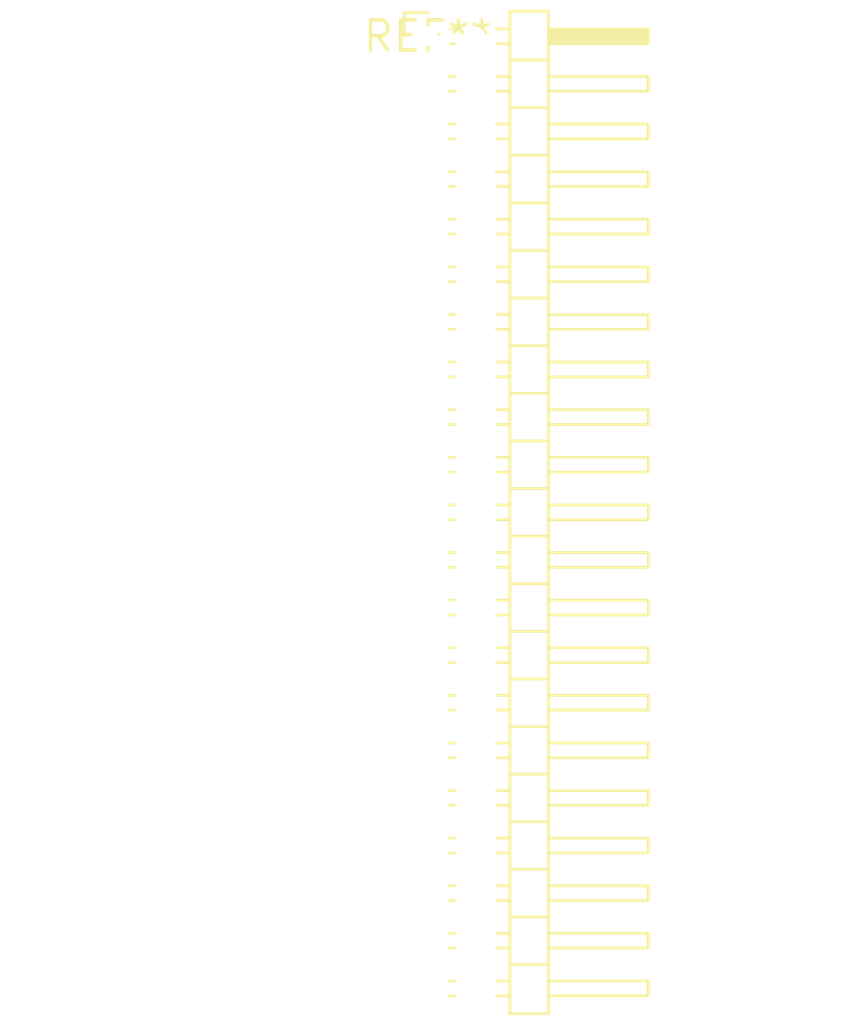
<source format=kicad_pcb>
(kicad_pcb (version 20240108) (generator pcbnew)
  (layers (0 "F.Cu" signal) (31 "B.Cu" signal) (34 "B.Paste" user) (35 "F.Paste" user) (36 "B.SilkS" user "B.Silkscreen") (37 "F.SilkS" user "F.Silkscreen") (38 "B.Mask" user) (39 "F.Mask" user) (44 "Edge.Cuts" user))
  (net 0 "")
  (footprint "PinHeader_2x21_P2.00mm_Horizontal" (layer "F.Cu") (at 0 0)
    (property "Reference" "REF**")
    (property "Value" "PinHeader_2x21_P2.00mm_Horizontal")
    (fp_line (start -1 -1) (end 0 -1) (layer "F.SilkS") (stroke (width 0.12)))
    (fp_line (start -1 0) (end -1 -1) (layer "F.SilkS") (stroke (width 0.12)))
    (fp_line (start 0.882114 1.69) (end 1.117886 1.69) (layer "F.SilkS") (stroke (width 0.12)))
    (fp_line (start 0.882114 2.31) (end 1.117886 2.31) (layer "F.SilkS") (stroke (width 0.12)))
    (fp_line (start 0.882114 3.69) (end 1.117886 3.69) (layer "F.SilkS") (stroke (width 0.12)))
    (fp_line (start 0.882114 4.31) (end 1.117886 4.31) (layer "F.SilkS") (stroke (width 0.12)))
    (fp_line (start 0.882114 5.69) (end 1.117886 5.69) (layer "F.SilkS") (stroke (width 0.12)))
    (fp_line (start 0.882114 6.31) (end 1.117886 6.31) (layer "F.SilkS") (stroke (width 0.12)))
    (fp_line (start 0.882114 7.69) (end 1.117886 7.69) (layer "F.SilkS") (stroke (width 0.12)))
    (fp_line (start 0.882114 8.31) (end 1.117886 8.31) (layer "F.SilkS") (stroke (width 0.12)))
    (fp_line (start 0.882114 9.69) (end 1.117886 9.69) (layer "F.SilkS") (stroke (width 0.12)))
    (fp_line (start 0.882114 10.31) (end 1.117886 10.31) (layer "F.SilkS") (stroke (width 0.12)))
    (fp_line (start 0.882114 11.69) (end 1.117886 11.69) (layer "F.SilkS") (stroke (width 0.12)))
    (fp_line (start 0.882114 12.31) (end 1.117886 12.31) (layer "F.SilkS") (stroke (width 0.12)))
    (fp_line (start 0.882114 13.69) (end 1.117886 13.69) (layer "F.SilkS") (stroke (width 0.12)))
    (fp_line (start 0.882114 14.31) (end 1.117886 14.31) (layer "F.SilkS") (stroke (width 0.12)))
    (fp_line (start 0.882114 15.69) (end 1.117886 15.69) (layer "F.SilkS") (stroke (width 0.12)))
    (fp_line (start 0.882114 16.31) (end 1.117886 16.31) (layer "F.SilkS") (stroke (width 0.12)))
    (fp_line (start 0.882114 17.69) (end 1.117886 17.69) (layer "F.SilkS") (stroke (width 0.12)))
    (fp_line (start 0.882114 18.31) (end 1.117886 18.31) (layer "F.SilkS") (stroke (width 0.12)))
    (fp_line (start 0.882114 19.69) (end 1.117886 19.69) (layer "F.SilkS") (stroke (width 0.12)))
    (fp_line (start 0.882114 20.31) (end 1.117886 20.31) (layer "F.SilkS") (stroke (width 0.12)))
    (fp_line (start 0.882114 21.69) (end 1.117886 21.69) (layer "F.SilkS") (stroke (width 0.12)))
    (fp_line (start 0.882114 22.31) (end 1.117886 22.31) (layer "F.SilkS") (stroke (width 0.12)))
    (fp_line (start 0.882114 23.69) (end 1.117886 23.69) (layer "F.SilkS") (stroke (width 0.12)))
    (fp_line (start 0.882114 24.31) (end 1.117886 24.31) (layer "F.SilkS") (stroke (width 0.12)))
    (fp_line (start 0.882114 25.69) (end 1.117886 25.69) (layer "F.SilkS") (stroke (width 0.12)))
    (fp_line (start 0.882114 26.31) (end 1.117886 26.31) (layer "F.SilkS") (stroke (width 0.12)))
    (fp_line (start 0.882114 27.69) (end 1.117886 27.69) (layer "F.SilkS") (stroke (width 0.12)))
    (fp_line (start 0.882114 28.31) (end 1.117886 28.31) (layer "F.SilkS") (stroke (width 0.12)))
    (fp_line (start 0.882114 29.69) (end 1.117886 29.69) (layer "F.SilkS") (stroke (width 0.12)))
    (fp_line (start 0.882114 30.31) (end 1.117886 30.31) (layer "F.SilkS") (stroke (width 0.12)))
    (fp_line (start 0.882114 31.69) (end 1.117886 31.69) (layer "F.SilkS") (stroke (width 0.12)))
    (fp_line (start 0.882114 32.31) (end 1.117886 32.31) (layer "F.SilkS") (stroke (width 0.12)))
    (fp_line (start 0.882114 33.69) (end 1.117886 33.69) (layer "F.SilkS") (stroke (width 0.12)))
    (fp_line (start 0.882114 34.31) (end 1.117886 34.31) (layer "F.SilkS") (stroke (width 0.12)))
    (fp_line (start 0.882114 35.69) (end 1.117886 35.69) (layer "F.SilkS") (stroke (width 0.12)))
    (fp_line (start 0.882114 36.31) (end 1.117886 36.31) (layer "F.SilkS") (stroke (width 0.12)))
    (fp_line (start 0.882114 37.69) (end 1.117886 37.69) (layer "F.SilkS") (stroke (width 0.12)))
    (fp_line (start 0.882114 38.31) (end 1.117886 38.31) (layer "F.SilkS") (stroke (width 0.12)))
    (fp_line (start 0.882114 39.69) (end 1.117886 39.69) (layer "F.SilkS") (stroke (width 0.12)))
    (fp_line (start 0.882114 40.31) (end 1.117886 40.31) (layer "F.SilkS") (stroke (width 0.12)))
    (fp_line (start 0.935 -0.31) (end 1.117886 -0.31) (layer "F.SilkS") (stroke (width 0.12)))
    (fp_line (start 0.935 0.31) (end 1.117886 0.31) (layer "F.SilkS") (stroke (width 0.12)))
    (fp_line (start 2.882114 -0.31) (end 3.44 -0.31) (layer "F.SilkS") (stroke (width 0.12)))
    (fp_line (start 2.882114 0.31) (end 3.44 0.31) (layer "F.SilkS") (stroke (width 0.12)))
    (fp_line (start 2.882114 1.69) (end 3.44 1.69) (layer "F.SilkS") (stroke (width 0.12)))
    (fp_line (start 2.882114 2.31) (end 3.44 2.31) (layer "F.SilkS") (stroke (width 0.12)))
    (fp_line (start 2.882114 3.69) (end 3.44 3.69) (layer "F.SilkS") (stroke (width 0.12)))
    (fp_line (start 2.882114 4.31) (end 3.44 4.31) (layer "F.SilkS") (stroke (width 0.12)))
    (fp_line (start 2.882114 5.69) (end 3.44 5.69) (layer "F.SilkS") (stroke (width 0.12)))
    (fp_line (start 2.882114 6.31) (end 3.44 6.31) (layer "F.SilkS") (stroke (width 0.12)))
    (fp_line (start 2.882114 7.69) (end 3.44 7.69) (layer "F.SilkS") (stroke (width 0.12)))
    (fp_line (start 2.882114 8.31) (end 3.44 8.31) (layer "F.SilkS") (stroke (width 0.12)))
    (fp_line (start 2.882114 9.69) (end 3.44 9.69) (layer "F.SilkS") (stroke (width 0.12)))
    (fp_line (start 2.882114 10.31) (end 3.44 10.31) (layer "F.SilkS") (stroke (width 0.12)))
    (fp_line (start 2.882114 11.69) (end 3.44 11.69) (layer "F.SilkS") (stroke (width 0.12)))
    (fp_line (start 2.882114 12.31) (end 3.44 12.31) (layer "F.SilkS") (stroke (width 0.12)))
    (fp_line (start 2.882114 13.69) (end 3.44 13.69) (layer "F.SilkS") (stroke (width 0.12)))
    (fp_line (start 2.882114 14.31) (end 3.44 14.31) (layer "F.SilkS") (stroke (width 0.12)))
    (fp_line (start 2.882114 15.69) (end 3.44 15.69) (layer "F.SilkS") (stroke (width 0.12)))
    (fp_line (start 2.882114 16.31) (end 3.44 16.31) (layer "F.SilkS") (stroke (width 0.12)))
    (fp_line (start 2.882114 17.69) (end 3.44 17.69) (layer "F.SilkS") (stroke (width 0.12)))
    (fp_line (start 2.882114 18.31) (end 3.44 18.31) (layer "F.SilkS") (stroke (width 0.12)))
    (fp_line (start 2.882114 19.69) (end 3.44 19.69) (layer "F.SilkS") (stroke (width 0.12)))
    (fp_line (start 2.882114 20.31) (end 3.44 20.31) (layer "F.SilkS") (stroke (width 0.12)))
    (fp_line (start 2.882114 21.69) (end 3.44 21.69) (layer "F.SilkS") (stroke (width 0.12)))
    (fp_line (start 2.882114 22.31) (end 3.44 22.31) (layer "F.SilkS") (stroke (width 0.12)))
    (fp_line (start 2.882114 23.69) (end 3.44 23.69) (layer "F.SilkS") (stroke (width 0.12)))
    (fp_line (start 2.882114 24.31) (end 3.44 24.31) (layer "F.SilkS") (stroke (width 0.12)))
    (fp_line (start 2.882114 25.69) (end 3.44 25.69) (layer "F.SilkS") (stroke (width 0.12)))
    (fp_line (start 2.882114 26.31) (end 3.44 26.31) (layer "F.SilkS") (stroke (width 0.12)))
    (fp_line (start 2.882114 27.69) (end 3.44 27.69) (layer "F.SilkS") (stroke (width 0.12)))
    (fp_line (start 2.882114 28.31) (end 3.44 28.31) (layer "F.SilkS") (stroke (width 0.12)))
    (fp_line (start 2.882114 29.69) (end 3.44 29.69) (layer "F.SilkS") (stroke (width 0.12)))
    (fp_line (start 2.882114 30.31) (end 3.44 30.31) (layer "F.SilkS") (stroke (width 0.12)))
    (fp_line (start 2.882114 31.69) (end 3.44 31.69) (layer "F.SilkS") (stroke (width 0.12)))
    (fp_line (start 2.882114 32.31) (end 3.44 32.31) (layer "F.SilkS") (stroke (width 0.12)))
    (fp_line (start 2.882114 33.69) (end 3.44 33.69) (layer "F.SilkS") (stroke (width 0.12)))
    (fp_line (start 2.882114 34.31) (end 3.44 34.31) (layer "F.SilkS") (stroke (width 0.12)))
    (fp_line (start 2.882114 35.69) (end 3.44 35.69) (layer "F.SilkS") (stroke (width 0.12)))
    (fp_line (start 2.882114 36.31) (end 3.44 36.31) (layer "F.SilkS") (stroke (width 0.12)))
    (fp_line (start 2.882114 37.69) (end 3.44 37.69) (layer "F.SilkS") (stroke (width 0.12)))
    (fp_line (start 2.882114 38.31) (end 3.44 38.31) (layer "F.SilkS") (stroke (width 0.12)))
    (fp_line (start 2.882114 39.69) (end 3.44 39.69) (layer "F.SilkS") (stroke (width 0.12)))
    (fp_line (start 2.882114 40.31) (end 3.44 40.31) (layer "F.SilkS") (stroke (width 0.12)))
    (fp_line (start 3.44 -1.06) (end 3.44 41.06) (layer "F.SilkS") (stroke (width 0.12)))
    (fp_line (start 3.44 1) (end 5.06 1) (layer "F.SilkS") (stroke (width 0.12)))
    (fp_line (start 3.44 3) (end 5.06 3) (layer "F.SilkS") (stroke (width 0.12)))
    (fp_line (start 3.44 5) (end 5.06 5) (layer "F.SilkS") (stroke (width 0.12)))
    (fp_line (start 3.44 7) (end 5.06 7) (layer "F.SilkS") (stroke (width 0.12)))
    (fp_line (start 3.44 9) (end 5.06 9) (layer "F.SilkS") (stroke (width 0.12)))
    (fp_line (start 3.44 11) (end 5.06 11) (layer "F.SilkS") (stroke (width 0.12)))
    (fp_line (start 3.44 13) (end 5.06 13) (layer "F.SilkS") (stroke (width 0.12)))
    (fp_line (start 3.44 15) (end 5.06 15) (layer "F.SilkS") (stroke (width 0.12)))
    (fp_line (start 3.44 17) (end 5.06 17) (layer "F.SilkS") (stroke (width 0.12)))
    (fp_line (start 3.44 19) (end 5.06 19) (layer "F.SilkS") (stroke (width 0.12)))
    (fp_line (start 3.44 21) (end 5.06 21) (layer "F.SilkS") (stroke (width 0.12)))
    (fp_line (start 3.44 23) (end 5.06 23) (layer "F.SilkS") (stroke (width 0.12)))
    (fp_line (start 3.44 25) (end 5.06 25) (layer "F.SilkS") (stroke (width 0.12)))
    (fp_line (start 3.44 27) (end 5.06 27) (layer "F.SilkS") (stroke (width 0.12)))
    (fp_line (start 3.44 29) (end 5.06 29) (layer "F.SilkS") (stroke (width 0.12)))
    (fp_line (start 3.44 31) (end 5.06 31) (layer "F.SilkS") (stroke (width 0.12)))
    (fp_line (start 3.44 33) (end 5.06 33) (layer "F.SilkS") (stroke (width 0.12)))
    (fp_line (start 3.44 35) (end 5.06 35) (layer "F.SilkS") (stroke (width 0.12)))
    (fp_line (start 3.44 37) (end 5.06 37) (layer "F.SilkS") (stroke (width 0.12)))
    (fp_line (start 3.44 39) (end 5.06 39) (layer "F.SilkS") (stroke (width 0.12)))
    (fp_line (start 3.44 41.06) (end 5.06 41.06) (layer "F.SilkS") (stroke (width 0.12)))
    (fp_line (start 5.06 -1.06) (end 3.44 -1.06) (layer "F.SilkS") (stroke (width 0.12)))
    (fp_line (start 5.06 -0.31) (end 9.26 -0.31) (layer "F.SilkS") (stroke (width 0.12)))
    (fp_line (start 5.06 -0.25) (end 9.26 -0.25) (layer "F.SilkS") (stroke (width 0.12)))
    (fp_line (start 5.06 -0.13) (end 9.26 -0.13) (layer "F.SilkS") (stroke (width 0.12)))
    (fp_line (start 5.06 -0.01) (end 9.26 -0.01) (layer "F.SilkS") (stroke (width 0.12)))
    (fp_line (start 5.06 0.11) (end 9.26 0.11) (layer "F.SilkS") (stroke (width 0.12)))
    (fp_line (start 5.06 0.23) (end 9.26 0.23) (layer "F.SilkS") (stroke (width 0.12)))
    (fp_line (start 5.06 1.69) (end 9.26 1.69) (layer "F.SilkS") (stroke (width 0.12)))
    (fp_line (start 5.06 3.69) (end 9.26 3.69) (layer "F.SilkS") (stroke (width 0.12)))
    (fp_line (start 5.06 5.69) (end 9.26 5.69) (layer "F.SilkS") (stroke (width 0.12)))
    (fp_line (start 5.06 7.69) (end 9.26 7.69) (layer "F.SilkS") (stroke (width 0.12)))
    (fp_line (start 5.06 9.69) (end 9.26 9.69) (layer "F.SilkS") (stroke (width 0.12)))
    (fp_line (start 5.06 11.69) (end 9.26 11.69) (layer "F.SilkS") (stroke (width 0.12)))
    (fp_line (start 5.06 13.69) (end 9.26 13.69) (layer "F.SilkS") (stroke (width 0.12)))
    (fp_line (start 5.06 15.69) (end 9.26 15.69) (layer "F.SilkS") (stroke (width 0.12)))
    (fp_line (start 5.06 17.69) (end 9.26 17.69) (layer "F.SilkS") (stroke (width 0.12)))
    (fp_line (start 5.06 19.69) (end 9.26 19.69) (layer "F.SilkS") (stroke (width 0.12)))
    (fp_line (start 5.06 21.69) (end 9.26 21.69) (layer "F.SilkS") (stroke (width 0.12)))
    (fp_line (start 5.06 23.69) (end 9.26 23.69) (layer "F.SilkS") (stroke (width 0.12)))
    (fp_line (start 5.06 25.69) (end 9.26 25.69) (layer "F.SilkS") (stroke (width 0.12)))
    (fp_line (start 5.06 27.69) (end 9.26 27.69) (layer "F.SilkS") (stroke (width 0.12)))
    (fp_line (start 5.06 29.69) (end 9.26 29.69) (layer "F.SilkS") (stroke (width 0.12)))
    (fp_line (start 5.06 31.69) (end 9.26 31.69) (layer "F.SilkS") (stroke (width 0.12)))
    (fp_line (start 5.06 33.69) (end 9.26 33.69) (layer "F.SilkS") (stroke (width 0.12)))
    (fp_line (start 5.06 35.69) (end 9.26 35.69) (layer "F.SilkS") (stroke (width 0.12)))
    (fp_line (start 5.06 37.69) (end 9.26 37.69) (layer "F.SilkS") (stroke (width 0.12)))
    (fp_line (start 5.06 39.69) (end 9.26 39.69) (layer "F.SilkS") (stroke (width 0.12)))
    (fp_line (start 5.06 41.06) (end 5.06 -1.06) (layer "F.SilkS") (stroke (width 0.12)))
    (fp_line (start 9.26 -0.31) (end 9.26 0.31) (layer "F.SilkS") (stroke (width 0.12)))
    (fp_line (start 9.26 0.31) (end 5.06 0.31) (layer "F.SilkS") (stroke (width 0.12)))
    (fp_line (start 9.26 1.69) (end 9.26 2.31) (layer "F.SilkS") (stroke (width 0.12)))
    (fp_line (start 9.26 2.31) (end 5.06 2.31) (layer "F.SilkS") (stroke (width 0.12)))
    (fp_line (start 9.26 3.69) (end 9.26 4.31) (layer "F.SilkS") (stroke (width 0.12)))
    (fp_line (start 9.26 4.31) (end 5.06 4.31) (layer "F.SilkS") (stroke (width 0.12)))
    (fp_line (start 9.26 5.69) (end 9.26 6.31) (layer "F.SilkS") (stroke (width 0.12)))
    (fp_line (start 9.26 6.31) (end 5.06 6.31) (layer "F.SilkS") (stroke (width 0.12)))
    (fp_line (start 9.26 7.69) (end 9.26 8.31) (layer "F.SilkS") (stroke (width 0.12)))
    (fp_line (start 9.26 8.31) (end 5.06 8.31) (layer "F.SilkS") (stroke (width 0.12)))
    (fp_line (start 9.26 9.69) (end 9.26 10.31) (layer "F.SilkS") (stroke (width 0.12)))
    (fp_line (start 9.26 10.31) (end 5.06 10.31) (layer "F.SilkS") (stroke (width 0.12)))
    (fp_line (start 9.26 11.69) (end 9.26 12.31) (layer "F.SilkS") (stroke (width 0.12)))
    (fp_line (start 9.26 12.31) (end 5.06 12.31) (layer "F.SilkS") (stroke (width 0.12)))
    (fp_line (start 9.26 13.69) (end 9.26 14.31) (layer "F.SilkS") (stroke (width 0.12)))
    (fp_line (start 9.26 14.31) (end 5.06 14.31) (layer "F.SilkS") (stroke (width 0.12)))
    (fp_line (start 9.26 15.69) (end 9.26 16.31) (layer "F.SilkS") (stroke (width 0.12)))
    (fp_line (start 9.26 16.31) (end 5.06 16.31) (layer "F.SilkS") (stroke (width 0.12)))
    (fp_line (start 9.26 17.69) (end 9.26 18.31) (layer "F.SilkS") (stroke (width 0.12)))
    (fp_line (start 9.26 18.31) (end 5.06 18.31) (layer "F.SilkS") (stroke (width 0.12)))
    (fp_line (start 9.26 19.69) (end 9.26 20.31) (layer "F.SilkS") (stroke (width 0.12)))
    (fp_line (start 9.26 20.31) (end 5.06 20.31) (layer "F.SilkS") (stroke (width 0.12)))
    (fp_line (start 9.26 21.69) (end 9.26 22.31) (layer "F.SilkS") (stroke (width 0.12)))
    (fp_line (start 9.26 22.31) (end 5.06 22.31) (layer "F.SilkS") (stroke (width 0.12)))
    (fp_line (start 9.26 23.69) (end 9.26 24.31) (layer "F.SilkS") (stroke (width 0.12)))
    (fp_line (start 9.26 24.31) (end 5.06 24.31) (layer "F.SilkS") (stroke (width 0.12)))
    (fp_line (start 9.26 25.69) (end 9.26 26.31) (layer "F.SilkS") (stroke (width 0.12)))
    (fp_line (start 9.26 26.31) (end 5.06 26.31) (layer "F.SilkS") (stroke (width 0.12)))
    (fp_line (start 9.26 27.69) (end 9.26 28.31) (layer "F.SilkS") (stroke (width 0.12)))
    (fp_line (start 9.26 28.31) (end 5.06 28.31) (layer "F.SilkS") (stroke (width 0.12)))
    (fp_line (start 9.26 29.69) (end 9.26 30.31) (layer "F.SilkS") (stroke (width 0.12)))
    (fp_line (start 9.26 30.31) (end 5.06 30.31) (layer "F.SilkS") (stroke (width 0.12)))
    (fp_line (start 9.26 31.69) (end 9.26 32.31) (layer "F.SilkS") (stroke (width 0.12)))
    (fp_line (start 9.26 32.31) (end 5.06 32.31) (layer "F.SilkS") (stroke (width 0.12)))
    (fp_line (start 9.26 33.69) (end 9.26 34.31) (layer "F.SilkS") (stroke (width 0.12)))
    (fp_line (start 9.26 34.31) (end 5.06 34.31) (layer "F.SilkS") (stroke (width 0.12)))
    (fp_line (start 9.26 35.69) (end 9.26 36.31) (layer "F.SilkS") (stroke (width 0.12)))
    (fp_line (start 9.26 36.31) (end 5.06 36.31) (layer "F.SilkS") (stroke (width 0.12)))
    (fp_line (start 9.26 37.69) (end 9.26 38.31) (layer "F.SilkS") (stroke (width 0.12)))
    (fp_line (start 9.26 38.31) (end 5.06 38.31) (layer "F.SilkS") (stroke (width 0.12)))
    (fp_line (start 9.26 39.69) (end 9.26 40.31) (layer "F.SilkS") (stroke (width 0.12)))
    (fp_line (start 9.26 40.31) (end 5.06 40.31) (layer "F.SilkS") (stroke (width 0.12)))
    (pad "1" thru_hole rect (at 0 0) (size 1.35 1.35) (drill 0.8) (layers *.Cu *.Mask) (remove_unused_layers))
    (pad "2" thru_hole oval (at 2 0) (size 1.35 1.35) (drill 0.8) (layers *.Cu *.Mask) (remove_unused_layers))
    (pad "3" thru_hole oval (at 0 2) (size 1.35 1.35) (drill 0.8) (layers *.Cu *.Mask) (remove_unused_layers))
    (pad "4" thru_hole oval (at 2 2) (size 1.35 1.35) (drill 0.8) (layers *.Cu *.Mask) (remove_unused_layers))
    (pad "5" thru_hole oval (at 0 4) (size 1.35 1.35) (drill 0.8) (layers *.Cu *.Mask) (remove_unused_layers))
    (pad "6" thru_hole oval (at 2 4) (size 1.35 1.35) (drill 0.8) (layers *.Cu *.Mask) (remove_unused_layers))
    (pad "7" thru_hole oval (at 0 6) (size 1.35 1.35) (drill 0.8) (layers *.Cu *.Mask) (remove_unused_layers))
    (pad "8" thru_hole oval (at 2 6) (size 1.35 1.35) (drill 0.8) (layers *.Cu *.Mask) (remove_unused_layers))
    (pad "9" thru_hole oval (at 0 8) (size 1.35 1.35) (drill 0.8) (layers *.Cu *.Mask) (remove_unused_layers))
    (pad "10" thru_hole oval (at 2 8) (size 1.35 1.35) (drill 0.8) (layers *.Cu *.Mask) (remove_unused_layers))
    (pad "11" thru_hole oval (at 0 10) (size 1.35 1.35) (drill 0.8) (layers *.Cu *.Mask) (remove_unused_layers))
    (pad "12" thru_hole oval (at 2 10) (size 1.35 1.35) (drill 0.8) (layers *.Cu *.Mask) (remove_unused_layers))
    (pad "13" thru_hole oval (at 0 12) (size 1.35 1.35) (drill 0.8) (layers *.Cu *.Mask) (remove_unused_layers))
    (pad "14" thru_hole oval (at 2 12) (size 1.35 1.35) (drill 0.8) (layers *.Cu *.Mask) (remove_unused_layers))
    (pad "15" thru_hole oval (at 0 14) (size 1.35 1.35) (drill 0.8) (layers *.Cu *.Mask) (remove_unused_layers))
    (pad "16" thru_hole oval (at 2 14) (size 1.35 1.35) (drill 0.8) (layers *.Cu *.Mask) (remove_unused_layers))
    (pad "17" thru_hole oval (at 0 16) (size 1.35 1.35) (drill 0.8) (layers *.Cu *.Mask) (remove_unused_layers))
    (pad "18" thru_hole oval (at 2 16) (size 1.35 1.35) (drill 0.8) (layers *.Cu *.Mask) (remove_unused_layers))
    (pad "19" thru_hole oval (at 0 18) (size 1.35 1.35) (drill 0.8) (layers *.Cu *.Mask) (remove_unused_layers))
    (pad "20" thru_hole oval (at 2 18) (size 1.35 1.35) (drill 0.8) (layers *.Cu *.Mask) (remove_unused_layers))
    (pad "21" thru_hole oval (at 0 20) (size 1.35 1.35) (drill 0.8) (layers *.Cu *.Mask) (remove_unused_layers))
    (pad "22" thru_hole oval (at 2 20) (size 1.35 1.35) (drill 0.8) (layers *.Cu *.Mask) (remove_unused_layers))
    (pad "23" thru_hole oval (at 0 22) (size 1.35 1.35) (drill 0.8) (layers *.Cu *.Mask) (remove_unused_layers))
    (pad "24" thru_hole oval (at 2 22) (size 1.35 1.35) (drill 0.8) (layers *.Cu *.Mask) (remove_unused_layers))
    (pad "25" thru_hole oval (at 0 24) (size 1.35 1.35) (drill 0.8) (layers *.Cu *.Mask) (remove_unused_layers))
    (pad "26" thru_hole oval (at 2 24) (size 1.35 1.35) (drill 0.8) (layers *.Cu *.Mask) (remove_unused_layers))
    (pad "27" thru_hole oval (at 0 26) (size 1.35 1.35) (drill 0.8) (layers *.Cu *.Mask) (remove_unused_layers))
    (pad "28" thru_hole oval (at 2 26) (size 1.35 1.35) (drill 0.8) (layers *.Cu *.Mask) (remove_unused_layers))
    (pad "29" thru_hole oval (at 0 28) (size 1.35 1.35) (drill 0.8) (layers *.Cu *.Mask) (remove_unused_layers))
    (pad "30" thru_hole oval (at 2 28) (size 1.35 1.35) (drill 0.8) (layers *.Cu *.Mask) (remove_unused_layers))
    (pad "31" thru_hole oval (at 0 30) (size 1.35 1.35) (drill 0.8) (layers *.Cu *.Mask) (remove_unused_layers))
    (pad "32" thru_hole oval (at 2 30) (size 1.35 1.35) (drill 0.8) (layers *.Cu *.Mask) (remove_unused_layers))
    (pad "33" thru_hole oval (at 0 32) (size 1.35 1.35) (drill 0.8) (layers *.Cu *.Mask) (remove_unused_layers))
    (pad "34" thru_hole oval (at 2 32) (size 1.35 1.35) (drill 0.8) (layers *.Cu *.Mask) (remove_unused_layers))
    (pad "35" thru_hole oval (at 0 34) (size 1.35 1.35) (drill 0.8) (layers *.Cu *.Mask) (remove_unused_layers))
    (pad "36" thru_hole oval (at 2 34) (size 1.35 1.35) (drill 0.8) (layers *.Cu *.Mask) (remove_unused_layers))
    (pad "37" thru_hole oval (at 0 36) (size 1.35 1.35) (drill 0.8) (layers *.Cu *.Mask) (remove_unused_layers))
    (pad "38" thru_hole oval (at 2 36) (size 1.35 1.35) (drill 0.8) (layers *.Cu *.Mask) (remove_unused_layers))
    (pad "39" thru_hole oval (at 0 38) (size 1.35 1.35) (drill 0.8) (layers *.Cu *.Mask) (remove_unused_layers))
    (pad "40" thru_hole oval (at 2 38) (size 1.35 1.35) (drill 0.8) (layers *.Cu *.Mask) (remove_unused_layers))
    (pad "41" thru_hole oval (at 0 40) (size 1.35 1.35) (drill 0.8) (layers *.Cu *.Mask) (remove_unused_layers))
    (pad "42" thru_hole oval (at 2 40) (size 1.35 1.35) (drill 0.8) (layers *.Cu *.Mask) (remove_unused_layers))
  )
)
</source>
